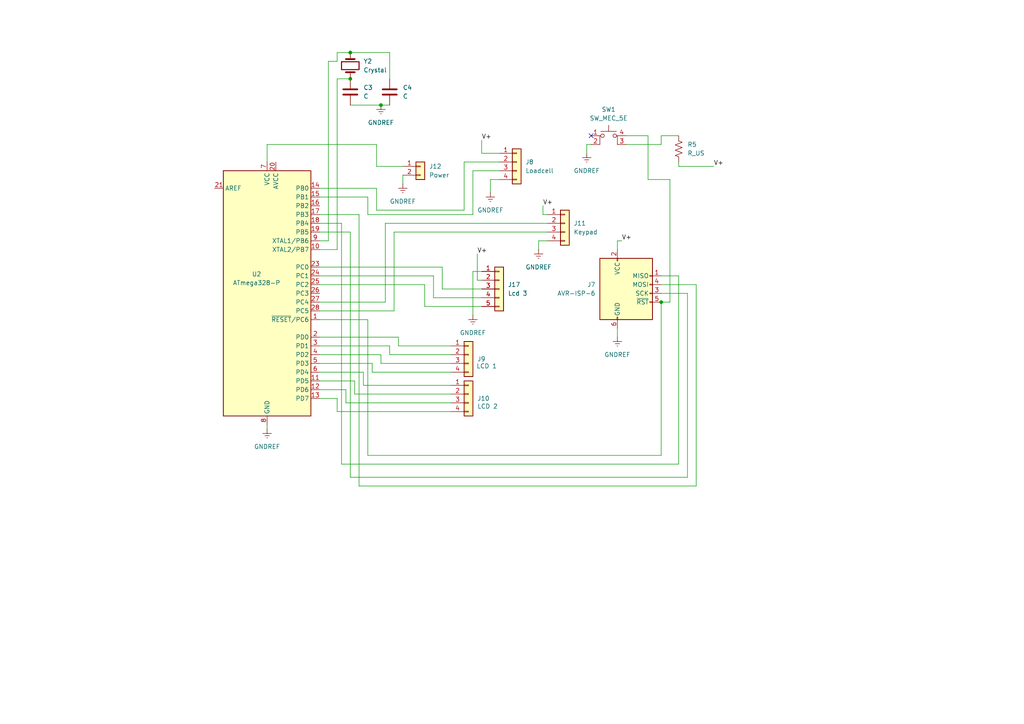
<source format=kicad_sch>
(kicad_sch (version 20250114) (generator "eeschema") (generator_version "9.0")
  (paper "A4")
  (lib_symbols
    (symbol "Connector:AVR-ISP-6" (pin_names (offset 1.016))
      (property "Reference" "J" (at -6.35 11.43 0))
      (property "Value" "AVR-ISP-6" (at 0 11.43 0))
      (symbol "AVR-ISP-6_0_1"
        (rectangle (start -2.667 10.16) (end -2.413 9.398))
        (rectangle (start -2.667 -6.858) (end -2.413 -7.62))
        (rectangle (start 7.62 10.16) (end -7.62 -7.62) (stroke (width 0.254)) (fill (type background)))
        (rectangle (start 7.62 5.207) (end 6.858 4.953))
        (rectangle (start 7.62 2.667) (end 6.858 2.413))
        (rectangle (start 7.62 0.127) (end 6.858 -0.127))
        (rectangle (start 7.62 -2.413) (end 6.858 -2.667))
      )
      (symbol "AVR-ISP-6_1_1"
        (pin passive line (at -2.54 12.7 270) (length 2.54) (name "VCC") (number "2"))
        (pin passive line (at -2.54 -10.16 90) (length 2.54) (name "GND") (number "6"))
        (pin passive line (at 10.16 5.08 180) (length 2.54) (name "MISO") (number "1"))
        (pin passive line (at 10.16 2.54 180) (length 2.54) (name "MOSI") (number "4"))
        (pin passive line (at 10.16 0 180) (length 2.54) (name "SCK") (number "3"))
        (pin passive line (at 10.16 -2.54 180) (length 2.54) (name "~{RST}") (number "5"))
      )
    )
    (symbol "Connector_Generic:Conn_01x02" (pin_names (offset 1.016) (hide yes))
      (property "Reference" "J" (at 0 2.54 0))
      (property "Value" "Conn_01x02" (at 0 -5.08 0))
      (symbol "Conn_01x02_1_1"
        (rectangle (start -1.27 1.27) (end 1.27 -3.81) (stroke (width 0.254)) (fill (type background)))
        (rectangle (start -1.27 0.127) (end 0 -0.127) (stroke (width 0.1524)))
        (rectangle (start -1.27 -2.413) (end 0 -2.667) (stroke (width 0.1524)))
        (pin passive line (at -5.08 0 0) (length 3.81) (name "Pin_1") (number "1"))
        (pin passive line (at -5.08 -2.54 0) (length 3.81) (name "Pin_2") (number "2"))
      )
    )
    (symbol "Connector_Generic:Conn_01x04" (pin_names (offset 1.016) (hide yes))
      (property "Reference" "J" (at 0 5.08 0))
      (property "Value" "Conn_01x04" (at 0 -7.62 0))
      (symbol "Conn_01x04_1_1"
        (rectangle (start -1.27 3.81) (end 1.27 -6.35) (stroke (width 0.254)) (fill (type background)))
        (rectangle (start -1.27 2.667) (end 0 2.413) (stroke (width 0.1524)))
        (rectangle (start -1.27 0.127) (end 0 -0.127) (stroke (width 0.1524)))
        (rectangle (start -1.27 -2.413) (end 0 -2.667) (stroke (width 0.1524)))
        (rectangle (start -1.27 -4.953) (end 0 -5.207) (stroke (width 0.1524)))
        (pin passive line (at -5.08 2.54 0) (length 3.81) (name "Pin_1") (number "1"))
        (pin passive line (at -5.08 0 0) (length 3.81) (name "Pin_2") (number "2"))
        (pin passive line (at -5.08 -2.54 0) (length 3.81) (name "Pin_3") (number "3"))
        (pin passive line (at -5.08 -5.08 0) (length 3.81) (name "Pin_4") (number "4"))
      )
    )
    (symbol "Connector_Generic:Conn_01x05" (pin_names (offset 1.016) (hide yes))
      (property "Reference" "J" (at 0 7.62 0))
      (property "Value" "Conn_01x05" (at 0 -7.62 0))
      (symbol "Conn_01x05_1_1"
        (rectangle (start -1.27 6.35) (end 1.27 -6.35) (stroke (width 0.254)) (fill (type background)))
        (rectangle (start -1.27 5.207) (end 0 4.953) (stroke (width 0.1524)))
        (rectangle (start -1.27 2.667) (end 0 2.413) (stroke (width 0.1524)))
        (rectangle (start -1.27 0.127) (end 0 -0.127) (stroke (width 0.1524)))
        (rectangle (start -1.27 -2.413) (end 0 -2.667) (stroke (width 0.1524)))
        (rectangle (start -1.27 -4.953) (end 0 -5.207) (stroke (width 0.1524)))
        (pin passive line (at -5.08 5.08 0) (length 3.81) (name "Pin_1") (number "1"))
        (pin passive line (at -5.08 2.54 0) (length 3.81) (name "Pin_2") (number "2"))
        (pin passive line (at -5.08 0 0) (length 3.81) (name "Pin_3") (number "3"))
        (pin passive line (at -5.08 -2.54 0) (length 3.81) (name "Pin_4") (number "4"))
        (pin passive line (at -5.08 -5.08 0) (length 3.81) (name "Pin_5") (number "5"))
      )
    )
    (symbol "Device:C" (pin_numbers (hide yes)) (pin_names (offset 0.254))
      (property "Reference" "C" (at 0.635 2.54 0))
      (property "Value" "C" (at 0.635 -2.54 0))
      (symbol "C_0_1"
        (polyline (pts (xy -2.032 0.762) (xy 2.032 0.762)) (stroke (width 0.508)))
        (polyline (pts (xy -2.032 -0.762) (xy 2.032 -0.762)) (stroke (width 0.508)))
      )
      (symbol "C_1_1"
        (pin passive line (at 0 3.81 270) (length 2.794) (name "~") (number "1"))
        (pin passive line (at 0 -3.81 90) (length 2.794) (name "~") (number "2"))
      )
    )
    (symbol "Device:Crystal" (pin_numbers (hide yes)) (pin_names (offset 1.016) (hide yes))
      (property "Reference" "Y" (at 0 3.81 0))
      (property "Value" "Crystal" (at 0 -3.81 0))
      (symbol "Crystal_0_1"
        (polyline (pts (xy -2.54 0) (xy -1.905 0)))
        (polyline (pts (xy -1.905 -1.27) (xy -1.905 1.27)) (stroke (width 0.508)))
        (rectangle (start -1.143 2.54) (end 1.143 -2.54) (stroke (width 0.3048)))
        (polyline (pts (xy 1.905 -1.27) (xy 1.905 1.27)) (stroke (width 0.508)))
        (polyline (pts (xy 2.54 0) (xy 1.905 0)))
      )
      (symbol "Crystal_1_1"
        (pin passive line (at -3.81 0 0) (length 1.27) (name "1") (number "1"))
        (pin passive line (at 3.81 0 180) (length 1.27) (name "2") (number "2"))
      )
    )
    (symbol "Device:R_US" (pin_numbers (hide yes)) (pin_names (offset 0))
      (property "Reference" "R" (at 2.54 0 90))
      (property "Value" "R_US" (at -2.54 0 90))
      (symbol "R_US_0_1"
        (polyline (pts (xy 0 2.286) (xy 0 2.54)))
        (polyline (pts (xy 0 2.286) (xy 1.016 1.905) (xy 0 1.524) (xy -1.016 1.143) (xy 0 0.762)))
        (polyline (pts (xy 0 0.762) (xy 1.016 0.381) (xy 0 0) (xy -1.016 -0.381) (xy 0 -0.762)))
        (polyline (pts (xy 0 -0.762) (xy 1.016 -1.143) (xy 0 -1.524) (xy -1.016 -1.905) (xy 0 -2.286)))
        (polyline (pts (xy 0 -2.286) (xy 0 -2.54)))
      )
      (symbol "R_US_1_1"
        (pin passive line (at 0 3.81 270) (length 1.27) (name "~") (number "1"))
        (pin passive line (at 0 -3.81 90) (length 1.27) (name "~") (number "2"))
      )
    )
    (symbol "MCU_Microchip_ATmega:ATmega328-P"
      (property "Reference" "U" (at -12.7 36.83 0))
      (property "Value" "ATmega328-P" (at 2.54 -36.83 0))
      (symbol "ATmega328-P_0_1"
        (rectangle (start -12.7 -35.56) (end 12.7 35.56) (stroke (width 0.254)) (fill (type background)))
      )
      (symbol "ATmega328-P_1_1"
        (pin passive line (at -15.24 30.48 0) (length 2.54) (name "AREF") (number "21"))
        (pin power_in line (at 0 38.1 270) (length 2.54) (name "VCC") (number "7"))
        (pin passive line (at 0 -38.1 90) (length 2.54) (hide yes) (name "GND") (number "22"))
        (pin power_in line (at 0 -38.1 90) (length 2.54) (name "GND") (number "8"))
        (pin power_in line (at 2.54 38.1 270) (length 2.54) (name "AVCC") (number "20"))
        (pin bidirectional line (at 15.24 30.48 180) (length 2.54) (name "PB0") (number "14"))
        (pin bidirectional line (at 15.24 27.94 180) (length 2.54) (name "PB1") (number "15"))
        (pin bidirectional line (at 15.24 25.4 180) (length 2.54) (name "PB2") (number "16"))
        (pin bidirectional line (at 15.24 22.86 180) (length 2.54) (name "PB3") (number "17"))
        (pin bidirectional line (at 15.24 20.32 180) (length 2.54) (name "PB4") (number "18"))
        (pin bidirectional line (at 15.24 17.78 180) (length 2.54) (name "PB5") (number "19"))
        (pin bidirectional line (at 15.24 15.24 180) (length 2.54) (name "XTAL1/PB6") (number "9"))
        (pin bidirectional line (at 15.24 12.7 180) (length 2.54) (name "XTAL2/PB7") (number "10"))
        (pin bidirectional line (at 15.24 7.62 180) (length 2.54) (name "PC0") (number "23"))
        (pin bidirectional line (at 15.24 5.08 180) (length 2.54) (name "PC1") (number "24"))
        (pin bidirectional line (at 15.24 2.54 180) (length 2.54) (name "PC2") (number "25"))
        (pin bidirectional line (at 15.24 0 180) (length 2.54) (name "PC3") (number "26"))
        (pin bidirectional line (at 15.24 -2.54 180) (length 2.54) (name "PC4") (number "27"))
        (pin bidirectional line (at 15.24 -5.08 180) (length 2.54) (name "PC5") (number "28"))
        (pin bidirectional line (at 15.24 -7.62 180) (length 2.54) (name "~{RESET}/PC6") (number "1"))
        (pin bidirectional line (at 15.24 -12.7 180) (length 2.54) (name "PD0") (number "2"))
        (pin bidirectional line (at 15.24 -15.24 180) (length 2.54) (name "PD1") (number "3"))
        (pin bidirectional line (at 15.24 -17.78 180) (length 2.54) (name "PD2") (number "4"))
        (pin bidirectional line (at 15.24 -20.32 180) (length 2.54) (name "PD3") (number "5"))
        (pin bidirectional line (at 15.24 -22.86 180) (length 2.54) (name "PD4") (number "6"))
        (pin bidirectional line (at 15.24 -25.4 180) (length 2.54) (name "PD5") (number "11"))
        (pin bidirectional line (at 15.24 -27.94 180) (length 2.54) (name "PD6") (number "12"))
        (pin bidirectional line (at 15.24 -30.48 180) (length 2.54) (name "PD7") (number "13"))
      )
    )
    (symbol "Switch:SW_MEC_5E" (pin_names (offset 1.016) (hide yes))
      (property "Reference" "SW" (at 0.635 5.715 0))
      (property "Value" "SW_MEC_5E" (at 0 -3.175 0))
      (symbol "SW_MEC_5E_0_1"
        (polyline (pts (xy -2.54 0) (xy -2.54 2.54) (xy -2.286 2.54)))
        (polyline (pts (xy -2.286 3.81) (xy 2.286 3.81)))
        (circle (center -1.778 2.54) (radius 0.508))
        (polyline (pts (xy 0 3.81) (xy 0 5.588)))
        (circle (center 1.778 2.54) (radius 0.508))
        (polyline (pts (xy 2.54 0) (xy 2.54 2.54) (xy 2.286 2.54)))
        (pin passive line (at -5.08 2.54 0) (length 2.54) (name "1") (number "1"))
        (pin passive line (at -5.08 0 0) (length 2.54) (name "2") (number "2"))
        (pin passive line (at 5.08 2.54 180) (length 2.54) (name "A") (number "4"))
        (pin passive line (at 5.08 0 180) (length 2.54) (name "K") (number "3"))
      )
    )
    (symbol "power:GNDREF" (power) (pin_numbers (hide yes)) (pin_names (offset 0) (hide yes))
      (property "Value" "GNDREF" (at 0 -3.81 0))
      (symbol "GNDREF_0_1"
        (polyline (pts (xy -0.635 -1.905) (xy 0.635 -1.905)))
        (polyline (pts (xy -0.127 -2.54) (xy 0.127 -2.54)))
        (polyline (pts (xy 0 -1.27) (xy 0 0)))
        (polyline (pts (xy 1.27 -1.27) (xy -1.27 -1.27)))
      )
      (symbol "GNDREF_1_1"
        (pin power_in line (at 0 0 270) (length 0) (name "~") (number "1"))
      )
    )
  )
  (junction (at 110.49 30.48))
  (junction (at 101.6 15.24))
  (junction (at 101.6 22.86))
  (junction (at 191.77 87.63))
  (no_connect (at 171.45 39.37))
  (wire (pts (xy 100.33 113.03) (xy 92.71 113.03)))
  (wire (pts (xy 97.79 119.38) (xy 130.81 119.38)))
  (wire (pts (xy 95.25 69.85) (xy 92.71 69.85)))
  (wire (pts (xy 191.77 85.09) (xy 199.39 85.09)))
  (wire (pts (xy 77.47 123.19) (xy 77.47 124.46)))
  (wire (pts (xy 137.16 78.74) (xy 139.7 78.74)))
  (wire (pts (xy 137.16 62.23) (xy 106.68 62.23)))
  (wire (pts (xy 139.7 44.45) (xy 144.78 44.45)))
  (wire (pts (xy 97.79 17.78) (xy 97.79 15.24)))
  (wire (pts (xy 110.49 105.41) (xy 110.49 102.87)))
  (wire (pts (xy 92.71 67.31) (xy 101.6 67.31)))
  (wire (pts (xy 137.16 49.53) (xy 137.16 62.23)))
  (wire (pts (xy 92.71 105.41) (xy 107.95 105.41)))
  (wire (pts (xy 123.19 88.9) (xy 139.7 88.9)))
  (wire (pts (xy 106.68 62.23) (xy 106.68 57.15)))
  (wire (pts (xy 111.76 87.63) (xy 111.76 64.77)))
  (wire (pts (xy 179.07 95.25) (xy 179.07 97.79)))
  (wire (pts (xy 191.77 39.37) (xy 196.85 39.37)))
  (wire (pts (xy 116.84 50.8) (xy 116.84 53.34)))
  (wire (pts (xy 191.77 87.63) (xy 194.31 87.63)))
  (wire (pts (xy 106.68 57.15) (xy 92.71 57.15)))
  (wire (pts (xy 191.77 132.08) (xy 106.68 132.08)))
  (wire (pts (xy 113.03 102.87) (xy 130.81 102.87)))
  (wire (pts (xy 196.85 48.26) (xy 207.01 48.26)))
  (wire (pts (xy 139.7 44.45) (xy 139.7 40.64)))
  (wire (pts (xy 105.41 111.76) (xy 105.41 107.95)))
  (wire (pts (xy 92.71 82.55) (xy 123.19 82.55)))
  (wire (pts (xy 109.22 48.26) (xy 109.22 41.91)))
  (wire (pts (xy 109.22 60.96) (xy 134.62 60.96)))
  (wire (pts (xy 101.6 15.24) (xy 113.03 15.24)))
  (wire (pts (xy 171.45 41.91) (xy 170.18 41.91)))
  (wire (pts (xy 116.84 48.26) (xy 109.22 48.26)))
  (wire (pts (xy 92.71 54.61) (xy 109.22 54.61)))
  (wire (pts (xy 142.24 52.07) (xy 142.24 55.88)))
  (wire (pts (xy 97.79 22.86) (xy 101.6 22.86)))
  (wire (pts (xy 92.71 72.39) (xy 97.79 72.39)))
  (wire (pts (xy 144.78 49.53) (xy 137.16 49.53)))
  (wire (pts (xy 92.71 115.57) (xy 97.79 115.57)))
  (wire (pts (xy 104.14 140.97) (xy 104.14 62.23)))
  (wire (pts (xy 157.48 59.69) (xy 157.48 62.23)))
  (wire (pts (xy 107.95 105.41) (xy 107.95 107.95)))
  (wire (pts (xy 187.96 52.07) (xy 187.96 39.37)))
  (wire (pts (xy 97.79 22.86) (xy 97.79 72.39)))
  (wire (pts (xy 106.68 132.08) (xy 106.68 92.71)))
  (wire (pts (xy 194.31 87.63) (xy 194.31 52.07)))
  (wire (pts (xy 102.87 114.3) (xy 130.81 114.3)))
  (wire (pts (xy 100.33 116.84) (xy 130.81 116.84)))
  (wire (pts (xy 125.73 80.01) (xy 92.71 80.01)))
  (wire (pts (xy 144.78 52.07) (xy 142.24 52.07)))
  (wire (pts (xy 101.6 138.43) (xy 101.6 67.31)))
  (wire (pts (xy 92.71 97.79) (xy 115.57 97.79)))
  (wire (pts (xy 92.71 110.49) (xy 102.87 110.49)))
  (wire (pts (xy 107.95 107.95) (xy 130.81 107.95)))
  (wire (pts (xy 113.03 100.33) (xy 113.03 102.87)))
  (wire (pts (xy 92.71 102.87) (xy 110.49 102.87)))
  (wire (pts (xy 201.93 82.55) (xy 201.93 140.97)))
  (wire (pts (xy 109.22 54.61) (xy 109.22 60.96)))
  (wire (pts (xy 97.79 17.78) (xy 95.25 17.78)))
  (wire (pts (xy 130.81 100.33) (xy 115.57 100.33)))
  (wire (pts (xy 179.07 69.85) (xy 180.34 69.85)))
  (wire (pts (xy 114.3 67.31) (xy 114.3 90.17)))
  (wire (pts (xy 92.71 107.95) (xy 105.41 107.95)))
  (wire (pts (xy 128.27 77.47) (xy 92.71 77.47)))
  (wire (pts (xy 115.57 100.33) (xy 115.57 97.79)))
  (wire (pts (xy 170.18 41.91) (xy 170.18 44.45)))
  (wire (pts (xy 139.7 83.82) (xy 128.27 83.82)))
  (wire (pts (xy 77.47 41.91) (xy 77.47 46.99)))
  (wire (pts (xy 158.75 69.85) (xy 156.21 69.85)))
  (wire (pts (xy 156.21 69.85) (xy 156.21 72.39)))
  (wire (pts (xy 92.71 100.33) (xy 113.03 100.33)))
  (wire (pts (xy 139.7 86.36) (xy 125.73 86.36)))
  (wire (pts (xy 138.43 73.66) (xy 138.43 81.28)))
  (wire (pts (xy 97.79 15.24) (xy 101.6 15.24)))
  (wire (pts (xy 97.79 115.57) (xy 97.79 119.38)))
  (wire (pts (xy 101.6 138.43) (xy 199.39 138.43)))
  (wire (pts (xy 95.25 17.78) (xy 95.25 69.85)))
  (wire (pts (xy 106.68 92.71) (xy 92.71 92.71)))
  (wire (pts (xy 191.77 82.55) (xy 201.93 82.55)))
  (wire (pts (xy 111.76 64.77) (xy 158.75 64.77)))
  (wire (pts (xy 100.33 116.84) (xy 100.33 113.03)))
  (wire (pts (xy 134.62 60.96) (xy 134.62 46.99)))
  (wire (pts (xy 181.61 41.91) (xy 191.77 41.91)))
  (wire (pts (xy 114.3 90.17) (xy 92.71 90.17)))
  (wire (pts (xy 123.19 82.55) (xy 123.19 88.9)))
  (wire (pts (xy 194.31 52.07) (xy 187.96 52.07)))
  (wire (pts (xy 109.22 41.91) (xy 77.47 41.91)))
  (wire (pts (xy 187.96 39.37) (xy 181.61 39.37)))
  (wire (pts (xy 201.93 140.97) (xy 104.14 140.97)))
  (wire (pts (xy 191.77 87.63) (xy 191.77 132.08)))
  (wire (pts (xy 196.85 46.99) (xy 196.85 48.26)))
  (wire (pts (xy 199.39 85.09) (xy 199.39 138.43)))
  (wire (pts (xy 138.43 81.28) (xy 139.7 81.28)))
  (wire (pts (xy 110.49 30.48) (xy 113.03 30.48)))
  (wire (pts (xy 128.27 83.82) (xy 128.27 77.47)))
  (wire (pts (xy 99.06 64.77) (xy 99.06 134.62)))
  (wire (pts (xy 191.77 41.91) (xy 191.77 39.37)))
  (wire (pts (xy 92.71 64.77) (xy 99.06 64.77)))
  (wire (pts (xy 157.48 62.23) (xy 158.75 62.23)))
  (wire (pts (xy 134.62 46.99) (xy 144.78 46.99)))
  (wire (pts (xy 113.03 15.24) (xy 113.03 22.86)))
  (wire (pts (xy 99.06 134.62) (xy 196.85 134.62)))
  (wire (pts (xy 125.73 86.36) (xy 125.73 80.01)))
  (wire (pts (xy 137.16 91.44) (xy 137.16 78.74)))
  (wire (pts (xy 196.85 134.62) (xy 196.85 80.01)))
  (wire (pts (xy 102.87 110.49) (xy 102.87 114.3)))
  (wire (pts (xy 179.07 72.39) (xy 179.07 69.85)))
  (wire (pts (xy 101.6 30.48) (xy 110.49 30.48)))
  (wire (pts (xy 92.71 62.23) (xy 104.14 62.23)))
  (wire (pts (xy 130.81 105.41) (xy 110.49 105.41)))
  (wire (pts (xy 196.85 80.01) (xy 191.77 80.01)))
  (wire (pts (xy 158.75 67.31) (xy 114.3 67.31)))
  (wire (pts (xy 92.71 87.63) (xy 111.76 87.63)))
  (wire (pts (xy 130.81 111.76) (xy 105.41 111.76)))
  (label "V+" (at 207.01 48.26 0))
  (label "V+" (at 180.34 69.85 0))
  (label "V+" (at 139.7 40.64 0))
  (label "V+" (at 157.48 59.69 0))
  (label "V+" (at 138.43 73.66 0))
  (symbol (lib_id "power:GNDREF") (at 110.49 30.48 0) (unit 1)
    (property "Reference" "#PWR04" (effects (hide yes)))
    (property "Value" "GNDREF" (at 110.49 35.56 0))
    (property "Description" "Power symbol creates a global label with name \"GNDREF\" , reference supply ground" (effects (hide yes)))
  )
  (symbol (lib_id "Connector_Generic:Conn_01x02") (at 121.92 48.26 0) (unit 1)
    (property "Reference" "J12" (at 124.46 48.2599 0) (effects (justify left)))
    (property "Value" "Power" (at 124.46 50.7999 0) (effects (justify left)))
    (property "Description" "Generic connector, single row, 01x02, script generated (kicad-library-utils/schlib/autogen/connector/)" (effects (hide yes)))
  )
  (symbol (lib_id "power:GNDREF") (at 170.18 44.45 0) (unit 1)
    (property "Reference" "#PWR011" (effects (hide yes)))
    (property "Value" "GNDREF" (at 170.18 49.53 0))
    (property "Description" "Power symbol creates a global label with name \"GNDREF\" , reference supply ground" (effects (hide yes)))
  )
  (symbol (lib_id "Device:C") (at 113.03 26.67 0) (unit 1)
    (property "Reference" "C4" (at 116.84 25.3999 0) (effects (justify left)))
    (property "Value" "C" (at 116.84 27.9399 0) (effects (justify left)))
    (property "Description" "Unpolarized capacitor" (effects (hide yes)))
  )
  (symbol (lib_id "Connector_Generic:Conn_01x04") (at 135.89 102.87 0) (unit 1)
    (property "Reference" "J9" (at 138.43 104.1399 0) (effects (justify left)))
    (property "Value" "LCD 1" (at 138.176 106.172 0) (effects (justify left)))
    (property "Description" "Generic connector, single row, 01x04, script generated (kicad-library-utils/schlib/autogen/connector/)" (effects (hide yes)))
  )
  (symbol (lib_id "Switch:SW_MEC_5E") (at 176.53 41.91 0) (unit 1)
    (property "Reference" "SW1" (at 176.53 31.75 0))
    (property "Value" "SW_MEC_5E" (at 176.53 34.29 0))
    (property "Footprint" "Button_Switch_SMD:SW_MEC_5GSH9" (effects (hide yes)))
    (property "Datasheet" "http://www.apem.com/int/index.php?controller=attachment&id_attachment=1371" (effects (hide yes)))
    (property "Description" "MEC 5E single pole normally-open tactile switch" (effects (hide yes)))
  )
  (symbol (lib_id "Device:C") (at 101.6 26.67 0) (unit 1)
    (property "Reference" "C3" (at 105.41 25.3999 0) (effects (justify left)))
    (property "Value" "C" (at 105.41 27.9399 0) (effects (justify left)))
    (property "Description" "Unpolarized capacitor" (effects (hide yes)))
  )
  (symbol (lib_id "Connector_Generic:Conn_01x04") (at 149.86 46.99 0) (unit 1)
    (property "Reference" "J8" (at 152.4 46.9899 0) (effects (justify left)))
    (property "Value" "Loadcell" (at 152.4 49.5299 0) (effects (justify left)))
    (property "Description" "Generic connector, single row, 01x04, script generated (kicad-library-utils/schlib/autogen/connector/)" (effects (hide yes)))
  )
  (symbol (lib_id "power:GNDREF") (at 142.24 55.88 0) (unit 1)
    (property "Reference" "#PWR09" (effects (hide yes)))
    (property "Value" "GNDREF" (at 142.24 60.96 0))
    (property "Description" "Power symbol creates a global label with name \"GNDREF\" , reference supply ground" (effects (hide yes)))
  )
  (symbol (lib_id "Connector_Generic:Conn_01x04") (at 135.89 114.3 0) (unit 1)
    (property "Reference" "J10" (at 138.43 115.5699 0) (effects (justify left)))
    (property "Value" "LCD 2" (at 138.43 117.856 0) (effects (justify left)))
    (property "Description" "Generic connector, single row, 01x04, script generated (kicad-library-utils/schlib/autogen/connector/)" (effects (hide yes)))
  )
  (symbol (lib_id "Device:R_US") (at 196.85 43.18 0) (unit 1)
    (property "Reference" "R5" (at 199.39 41.9099 0) (effects (justify left)))
    (property "Value" "R_US" (at 199.39 44.4499 0) (effects (justify left)))
    (property "Description" "Resistor, US symbol" (effects (hide yes)))
  )
  (symbol (lib_id "power:GNDREF") (at 116.84 53.34 0) (unit 1)
    (property "Reference" "#PWR07" (effects (hide yes)))
    (property "Value" "GNDREF" (at 116.84 58.42 0))
    (property "Description" "Power symbol creates a global label with name \"GNDREF\" , reference supply ground" (effects (hide yes)))
  )
  (symbol (lib_id "power:GNDREF") (at 137.16 91.44 0) (unit 1)
    (property "Reference" "#PWR010" (effects (hide yes)))
    (property "Value" "GNDREF" (at 137.16 96.52 0))
    (property "Description" "Power symbol creates a global label with name \"GNDREF\" , reference supply ground" (effects (hide yes)))
  )
  (symbol (lib_id "Connector:AVR-ISP-6") (at 181.61 85.09 0) (unit 1)
    (property "Reference" "J7" (at 172.72 82.5499 0) (effects (justify right)))
    (property "Value" "AVR-ISP-6" (at 172.72 85.0899 0) (effects (justify right)))
    (property "Description" "Atmel 6-pin ISP connector" (effects (hide yes)))
  )
  (symbol (lib_id "Connector_Generic:Conn_01x04") (at 163.83 64.77 0) (unit 1)
    (property "Reference" "J11" (at 166.37 64.7699 0) (effects (justify left)))
    (property "Value" "Keypad" (at 166.37 67.3099 0) (effects (justify left)))
    (property "Description" "Generic connector, single row, 01x04, script generated (kicad-library-utils/schlib/autogen/connector/)" (effects (hide yes)))
  )
  (symbol (lib_id "power:GNDREF") (at 179.07 97.79 0) (unit 1)
    (property "Reference" "#PWR06" (effects (hide yes)))
    (property "Value" "GNDREF" (at 179.07 102.87 0))
    (property "Description" "Power symbol creates a global label with name \"GNDREF\" , reference supply ground" (effects (hide yes)))
  )
  (symbol (lib_id "Connector_Generic:Conn_01x05") (at 144.78 83.82 0) (unit 1)
    (property "Reference" "J17" (at 147.32 82.5499 0) (effects (justify left)))
    (property "Value" "Lcd 3" (at 147.32 85.0899 0) (effects (justify left)))
    (property "Description" "Generic connector, single row, 01x05, script generated (kicad-library-utils/schlib/autogen/connector/)" (effects (hide yes)))
  )
  (symbol (lib_id "power:GNDREF") (at 77.47 124.46 0) (unit 1)
    (property "Reference" "#PWR05" (effects (hide yes)))
    (property "Value" "GNDREF" (at 77.47 129.54 0))
    (property "Description" "Power symbol creates a global label with name \"GNDREF\" , reference supply ground" (effects (hide yes)))
  )
  (symbol (lib_id "power:GNDREF") (at 156.21 72.39 0) (unit 1)
    (property "Reference" "#PWR08" (effects (hide yes)))
    (property "Value" "GNDREF" (at 156.21 77.47 0))
    (property "Description" "Power symbol creates a global label with name \"GNDREF\" , reference supply ground" (effects (hide yes)))
  )
  (symbol (lib_id "MCU_Microchip_ATmega:ATmega328-P") (at 77.47 85.09 0) (unit 1)
    (property "Reference" "U2" (at 74.422 79.502 0))
    (property "Value" "ATmega328-P" (at 74.422 82.042 0))
    (property "Footprint" "Package_DIP:DIP-28_W7.62mm" (effects (hide yes)))
    (property "Datasheet" "http://ww1.microchip.com/downloads/en/DeviceDoc/ATmega328_P%20AVR%20MCU%20with%20picoPower%20Technology%20Data%20Sheet%2040001984A.pdf" (effects (hide yes)))
    (property "Description" "20MHz, 32kB Flash, 2kB SRAM, 1kB EEPROM, DIP-28" (effects (hide yes)))
  )
  (symbol (lib_id "Device:Crystal") (at 101.6 19.05 90) (unit 1)
    (property "Reference" "Y2" (at 105.41 17.7799 90) (effects (justify right)))
    (property "Value" "Crystal" (at 105.41 20.3199 90) (effects (justify right)))
    (property "Footprint" "Crystal:Crystal_HC18-U_Vertical" (effects (hide yes)))
    (property "Description" "Two pin crystal" (effects (hide yes)))
  )
)
</source>
